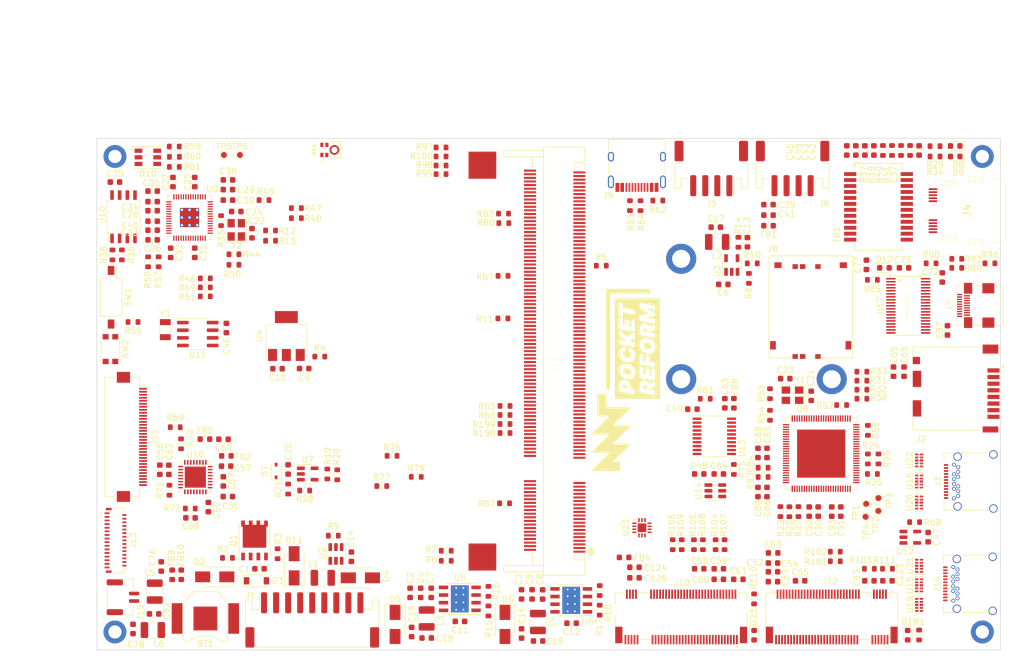
<source format=kicad_pcb>
(kicad_pcb (version 20211014) (generator pcbnew)
  (layers (0 "F.Cu" signal) (31 "B.Cu" signal) (34 "B.Paste" user) (35 "F.Paste" user) (36 "B.SilkS" user "B.Silkscreen") (37 "F.SilkS" user "F.Silkscreen") (38 "B.Mask" user) (39 "F.Mask" user) (44 "Edge.Cuts" user))
  (net 0 "")
  (net 1 "Net-(BT1-Pad1)")
  (net 2 "Net-(C1-Pad2)")
  (net 3 "VCC")
  (net 4 "Net-(C9-Pad1)")
  (net 5 "+1V8")
  (net 6 "Net-(C11-Pad1)")
  (net 7 "Net-(C11-Pad2)")
  (net 8 "Net-(C12-Pad1)")
  (net 9 "Net-(C12-Pad2)")
  (net 10 "+1V2")
  (net 11 "Net-(C13-Pad2)")
  (net 12 "STANDBY_3V3")
  (net 13 "Net-(C20-Pad1)")
  (net 14 "Net-(C21-Pad1)")
  (net 15 "Net-(C22-Pad1)")
  (net 16 "Net-(C23-Pad1)")
  (net 17 "Net-(C24-Pad1)")
  (net 18 "Net-(C37-Pad1)")
  (net 19 "Net-(C39-Pad1)")
  (net 20 "Net-(C42-Pad1)")
  (net 21 "Net-(C43-Pad1)")
  (net 22 "Net-(C44-Pad1)")
  (net 23 "Net-(C45-Pad1)")
  (net 24 "Net-(C48-Pad1)")
  (net 25 "Net-(C72-Pad2)")
  (net 26 "Net-(J3-PadA3)")
  (net 27 "USBH_1A_TXN")
  (net 28 "Net-(J3-PadB3)")
  (net 29 "USBH_1B_TXN")
  (net 30 "Net-(J3-PadA2)")
  (net 31 "USBH_1A_TXP")
  (net 32 "Net-(J3-PadB2)")
  (net 33 "USBH_1B_TXP")
  (net 34 "Net-(C90-Pad1)")
  (net 35 "USBH_2A_TXN")
  (net 36 "Net-(C91-Pad1)")
  (net 37 "USBH_2B_TXN")
  (net 38 "Net-(C92-Pad1)")
  (net 39 "USBH_2A_TXP")
  (net 40 "Net-(C93-Pad1)")
  (net 41 "USBH_2B_TXP")
  (net 42 "/~{M_LED1}")
  (net 43 "Net-(D4-Pad1)")
  (net 44 "ETH0_LED_RX")
  (net 45 "Net-(D8-Pad2)")
  (net 46 "ETH0_LED_LINK1")
  (net 47 "Net-(U1-Pad118)")
  (net 48 "Net-(D9-Pad2)")
  (net 49 "Net-(D10-Pad4)")
  (net 50 "Net-(D10-Pad5)")
  (net 51 "Net-(D10-Pad6)")
  (net 52 "VCHG")
  (net 53 "USB_VBUS")
  (net 54 "Net-(J1-Pad1)")
  (net 55 "RP_SDA0")
  (net 56 "RP_SCL0")
  (net 57 "Net-(J2-Pad1)")
  (net 58 "Net-(J2-Pad2)")
  (net 59 "Net-(J2-Pad3)")
  (net 60 "Net-(J2-Pad5)")
  (net 61 "Net-(J2-Pad7)")
  (net 62 "Net-(J2-Pad8)")
  (net 63 "SD_DET")
  (net 64 "USBH_1_DP")
  (net 65 "USBH_1_DN")
  (net 67 "USBH_1B_RXN")
  (net 68 "USBH_1B_RXP")
  (net 70 "USBH_1A_RXN")
  (net 71 "USBH_1A_RXP")
  (net 72 "ETH0_DA+")
  (net 73 "ETH0_DA-")
  (net 75 "ETH0_DC+")
  (net 76 "ETH0_DC-")
  (net 77 "ETH0_DB+")
  (net 78 "ETH0_DB-")
  (net 80 "ETH0_DD+")
  (net 81 "ETH0_DD-")
  (net 82 "RP_UART1_TX")
  (net 83 "RP_UART1_RX")
  (net 85 "UIM_PWR")
  (net 86 "Net-(J9-PadA4)")
  (net 88 "/RUD+")
  (net 89 "/RUD-")
  (net 110 "Net-(U1-Pad32)")
  (net 112 "Net-(U1-Pad30)")
  (net 113 "PCIE1_RX_N")
  (net 114 "PCIE1_RX_P")
  (net 116 "PCIE1_TX_N")
  (net 118 "PCIE1_TX_P")
  (net 119 "PCIE1_RESETn")
  (net 120 "PCIE1_CLK_N")
  (net 122 "PCIE1_CLK_P")
  (net 130 "GND")
  (net 131 "+5V")
  (net 133 "Net-(J3-PadB5)")
  (net 138 "Net-(J3-PadA5)")
  (net 139 "USB1_DP")
  (net 140 "USB1_DN")
  (net 141 "SD_CLK")
  (net 142 "SD_CMD")
  (net 143 "SD_D3")
  (net 144 "SD_D2")
  (net 145 "SD_D1")
  (net 146 "SD_D0")
  (net 147 "USB2_RXP")
  (net 148 "USB2_RXN")
  (net 149 "USB2_TXN")
  (net 150 "USB2_TXP")
  (net 151 "USB1_RXP")
  (net 152 "USB1_RXN")
  (net 153 "USB1_TXN")
  (net 154 "USB1_TXP")
  (net 155 "USB2_DN")
  (net 156 "USB2_DP")
  (net 157 "PCIE1_RXN")
  (net 158 "PCIE1_RXP")
  (net 159 "PCIE1_TXN")
  (net 160 "PCIE1_TXP")
  (net 161 "+1V1")
  (net 162 "+3V3")
  (net 163 "Net-(J7-Pad18)")
  (net 165 "HDMI_CLKN")
  (net 166 "HDMI_CLKP")
  (net 168 "HDMI_TX1N")
  (net 169 "HDMI_TX1P")
  (net 170 "DSI_D3_N")
  (net 171 "DSI_D3_P")
  (net 172 "Net-(J7-Pad19)")
  (net 173 "Net-(J7-Pad17)")
  (net 174 "Net-(J7-Pad15)")
  (net 175 "DSI_D2_N")
  (net 176 "HDMI_TX0N")
  (net 177 "HDMI_TX0P")
  (net 178 "DSI_D2_P")
  (net 179 "HDMI_TX2N")
  (net 180 "HDMI_TX2P")
  (net 181 "Net-(J7-Pad1)")
  (net 182 "DSI_CLK_N")
  (net 183 "HDMI_AUXN")
  (net 184 "HDMI_AUXP")
  (net 185 "UIM_IO")
  (net 186 "UIM_CLK")
  (net 187 "UIM_RST")
  (net 188 "UIM_VPP")
  (net 189 "DSI_CLK_P")
  (net 190 "DSI_D1_N")
  (net 191 "DSI_D1_P")
  (net 192 "Net-(J2-Pad4)")
  (net 193 "DSI_D0_N")
  (net 194 "Net-(C123-Pad1)")
  (net 195 "Net-(C124-Pad1)")
  (net 196 "Net-(D1-Pad2)")
  (net 197 "Net-(D23-Pad2)")
  (net 198 "Net-(D23-Pad1)")
  (net 199 "Net-(J10-Pad13)")
  (net 200 "Net-(J10-Pad25)")
  (net 201 "Net-(J10-Pad37)")
  (net 202 "Net-(J10-Pad11)")
  (net 203 "Net-(J10-Pad23)")
  (net 204 "Net-(J10-Pad35)")
  (net 205 "PCIE2_CLK_P")
  (net 206 "PCIE2_CLK_N")
  (net 207 "/M2_CLKREQn")
  (net 208 "PCIE2_RESETn")
  (net 209 "PCIE2_TX_N")
  (net 210 "PCIE2_TX_P")
  (net 211 "PCIE2_RX_P")
  (net 212 "PCIE2_RX_N")
  (net 213 "DSI_D0_P")
  (net 218 "/M2_SMB_ALERTn")
  (net 219 "/M2_SMB_DATA")
  (net 220 "/M2_SMB_CLK")
  (net 222 "/M_CONFIG_3")
  (net 223 "/~{M_PWROFF}")
  (net 224 "USBH_4_DP")
  (net 225 "/~{M_W_DISABLE1}")
  (net 226 "USBH_4_DN")
  (net 227 "/M_I2S_CLK")
  (net 228 "/M_CONFIG_0")
  (net 229 "/M_I2S_RX")
  (net 230 "/~{M_WOWWAN}")
  (net 231 "/M_I2S_TX")
  (net 232 "/M_DPR")
  (net 233 "/~{M_W_DISABLE2}")
  (net 234 "/M_I2S_WA")
  (net 235 "/M_I2C_SCL")
  (net 236 "/M_SIM2_DET")
  (net 237 "/M_SIM2_DATA")
  (net 238 "/M_SIM2_CLK")
  (net 239 "/M_SIM2_RESET")
  (net 240 "/M_SIM2_PWR")
  (net 241 "/~{PCIE2_CLKREQ}")
  (net 242 "/~{PCIE2_WAKE}")
  (net 243 "/M_ANTCTL3")
  (net 244 "/M_ANTCTL2")
  (net 245 "/M_ANTCTL0")
  (net 246 "/M_I2S_MCLK(IO)")
  (net 247 "/M_ANTCTL1")
  (net 248 "/M_COEX2")
  (net 249 "/M_LAA_TX_EN")
  (net 250 "/M_COEX1")
  (net 251 "/M_VIO_1V8")
  (net 252 "/M_SIM1_DET")
  (net 253 "M2B_RST")
  (net 254 "/M_I2C_SDA")
  (net 255 "/M_CONFIG_1")
  (net 256 "/M_CONFIG_2")
  (net 257 "Net-(J14-PadA5)")
  (net 258 "USBH_2_DP")
  (net 259 "USBH_2_DN")
  (net 261 "USBH_2B_RXN")
  (net 262 "USBH_2B_RXP")
  (net 263 "Net-(J14-PadB5)")
  (net 265 "USBH_2A_RXN")
  (net 266 "USBH_2A_RXP")
  (net 267 "Net-(L2-Pad1)")
  (net 268 "~{USBH_RESET}")
  (net 269 "5V_ENABLE")
  (net 270 "3V3_ENABLE")
  (net 271 "1V2_ENABLE")
  (net 272 "Net-(R9-Pad1)")
  (net 273 "RP_UART2_RX")
  (net 274 "RP_UART2_TX")
  (net 275 "Net-(R15-Pad2)")
  (net 276 "Net-(R17-Pad2)")
  (net 277 "Net-(R19-Pad1)")
  (net 278 "Net-(R22-Pad2)")
  (net 279 "Net-(R24-Pad1)")
  (net 280 "Net-(R25-Pad2)")
  (net 281 "Net-(R26-Pad1)")
  (net 282 "Net-(R27-Pad1)")
  (net 283 "~{STANDBY_SHDN}")
  (net 284 "Net-(R30-Pad2)")
  (net 285 "Net-(R31-Pad2)")
  (net 286 "Net-(R32-Pad2)")
  (net 287 "Net-(R33-Pad2)")
  (net 288 "Net-(R35-Pad2)")
  (net 289 "PROG")
  (net 290 "QSPI_CS")
  (net 291 "Net-(R37-Pad1)")
  (net 292 "Net-(R39-Pad1)")
  (net 293 "Net-(R40-Pad1)")
  (net 294 "Net-(R41-Pad1)")
  (net 295 "USBH_3_DP")
  (net 296 "USBH_3_DN")
  (net 297 "Net-(R44-Pad1)")
  (net 298 "LPC_MOSI")
  (net 299 "Net-(R45-Pad1)")
  (net 300 "IMX_WAKE")
  (net 301 "Net-(R46-Pad1)")
  (net 302 "Net-(R47-Pad1)")
  (net 303 "Net-(R48-Pad1)")
  (net 304 "Net-(R49-Pad1)")
  (net 305 "Net-(R50-Pad1)")
  (net 306 "LPC_MISO")
  (net 307 "Net-(R51-Pad1)")
  (net 308 "Net-(R52-Pad1)")
  (net 309 "Net-(R53-Pad1)")
  (net 310 "/GPIO94")
  (net 311 "/U_SPI_D0")
  (net 312 "RESET")
  (net 313 "Net-(R58-Pad1)")
  (net 314 "Net-(R60-Pad1)")
  (net 315 "Net-(R61-Pad1)")
  (net 316 "IMX_RTC_IRQ")
  (net 317 "Net-(R67-Pad2)")
  (net 318 "Net-(R68-Pad1)")
  (net 319 "DAC_SCL")
  (net 320 "DAC_SDA")
  (net 321 "Net-(R75-Pad2)")
  (net 322 "DAC_BCLK")
  (net 323 "DAC_DOUT")
  (net 324 "DAC_RXFS")
  (net 325 "DAC_DIN")
  (net 326 "DAC_TXFS")
  (net 327 "DAC_MCLK")
  (net 328 "USBH_1_CC1")
  (net 329 "USBH_1_CC2")
  (net 330 "Net-(R85-Pad2)")
  (net 331 "Net-(D12-Pad1)")
  (net 332 "HDMI_HPD")
  (net 333 "HDMI_SCL")
  (net 334 "HDMI_SDA")
  (net 335 "HDMI_CEC")
  (net 336 "USBH_2_CC1")
  (net 337 "USBH_2_CC2")
  (net 338 "Net-(R103-Pad2)")
  (net 339 "Net-(R111-Pad2)")
  (net 340 "/PRT_CTL1")
  (net 341 "/PRT_CTL3")
  (net 342 "/PRT_CTL2")
  (net 343 "/PRT_CTL4")
  (net 344 "SWD")
  (net 345 "SWC")
  (net 346 "ETH0_A+")
  (net 347 "ETH0_A-")
  (net 348 "ETH0_B+")
  (net 349 "ETH0_B-")
  (net 350 "ETH0_C+")
  (net 351 "ETH0_C-")
  (net 352 "ETH0_D+")
  (net 353 "ETH0_D-")
  (net 383 "IMX_RESETn")
  (net 385 "LPC_SS0")
  (net 390 "LPC_SCK")
  (net 398 "IMX_UART2_RX")
  (net 400 "IMX_UART2_TX")
  (net 401 "IMX_UART1_RX")
  (net 402 "IMX_UART1_TX")
  (net 432 "BACKLIGHT_PWM")
  (net 449 "/GPIO95")
  (net 451 "/DP2_DISCHARGE")
  (net 452 "/DP1_DISCHARGE")
  (net 453 "/U_GPIO70")
  (net 454 "/U_GPIO71")
  (net 455 "/DP1_VCONN1")
  (net 456 "/DP1_VCONN2")
  (net 457 "/DP2_VCONN1")
  (net 458 "/DP2_VCONN2")
  (net 459 "/U_GPIO76")
  (net 460 "/U_GPIO78")
  (net 461 "/U_M_I2C_CLK")
  (net 462 "/U_M_I2C_DATA")
  (net 463 "/U_SPI_CLK")
  (net 464 "/U_SPI_CE_N")
  (net 465 "/U_SPI_D1")
  (net 466 "/U_SPI_D2")
  (net 467 "/U_SPI_D3")
  (net 468 "/GPIO93")
  (net 469 "/GPIO90")
  (net 470 "/GPIO91")
  (net 471 "/GPIO92")
  (net 477 "QSPI_SD1")
  (net 478 "QSPI_SD2")
  (net 479 "QSPI_SD0")
  (net 480 "QSPI_SCK")
  (net 481 "QSPI_SD3")
  (net 482 "Net-(U11-Pad1)")
  (net 483 "Net-(U11-Pad2)")
  (net 484 "USB_SRC_EN")
  (net 515 "RP_FUSB_INT")
  (net 530 "Net-(C50-Pad1)")
  (net 531 "Net-(C68-Pad1)")
  (net 532 "Net-(C68-Pad2)")
  (net 533 "Net-(C76-Pad1)")
  (net 534 "Net-(C78-Pad1)")
  (net 535 "Net-(FB9-Pad1)")
  (net 536 "Net-(FB9-Pad2)")
  (net 537 "Net-(FB10-Pad1)")
  (net 538 "Net-(FB10-Pad2)")
  (net 539 "BACKLIGHT_EN")
  (net 541 "~{DISP_RESET}")
  (net 542 "DISP_TE")
  (net 543 "DISP_EN")
  (net 544 "Net-(R76-Pad2)")
  (net 545 "Net-(R77-Pad2)")
  (net 546 "Net-(R79-Pad2)")
  (net 547 "Net-(R80-Pad2)")
  (net 548 "Net-(R82-Pad1)")
  (net 550 "Net-(FB2-Pad2)")
  (net 551 "Net-(R5-Pad1)")
  (net 552 "Net-(R70-Pad1)")
  (net 553 "Net-(R71-Pad1)")
  (net 554 "Net-(R72-Pad1)")
  (footprint "footprints:TE_1473149-4" (layer "F.Cu") (at 135 104 -90)
    (fp_text reference "U1")
    (fp_text value "reform2-som-connector" hide)
  )
  (footprint "footprints:09452812561" (layer "F.Cu") (at 200.5 79 90)
    (fp_text reference "J4")
    (fp_text value "09452812561" hide)
  )
  (footprint "Connector_USB:USB_C_Receptacle_Amphenol_12401548E4-2A_CircularHoles" (layer "F.Cu") (at 205 124 90)
    (fp_text reference "J3")
    (fp_text value "USB_C_Receptacle")
  )
  (footprint "MountingHole:MountingHole_2.2mm_M2_DIN965_Pad" (layer "F.Cu") (at 62 70)
    (fp_text reference "H1" hide)
    (fp_text value "MountingHole_Pad")
  )
  (footprint "MountingHole:MountingHole_2.2mm_M2_DIN965_Pad" (layer "F.Cu") (at 62 149)
    (fp_text reference "H2" hide)
    (fp_text value "MountingHole_Pad")
  )
  (footprint "MountingHole:MountingHole_2.2mm_M2_DIN965_Pad" (layer "F.Cu") (at 206 70)
    (fp_text reference "H3" hide)
    (fp_text value "MountingHole_Pad")
  )
  (footprint "MountingHole:MountingHole_2.2mm_M2_DIN965_Pad" (layer "F.Cu") (at 206 149)
    (fp_text reference "H4" hide)
    (fp_text value "MountingHole_Pad")
  )
  (footprint "footprints:pocket-reform" (layer "F.Cu") (at 146.75 106.75 90)
    (fp_text reference "GFX1" hide)
    (fp_text value "MountingHole" hide)
  )
  (footprint "footprints:MOLEX_78800-0001" (layer "F.Cu") (at 177.5 95 -90)
    (fp_text reference "J8")
    (fp_text value "SIM_Card")
  )
  (footprint "Connector_JST:JST_PH_S4B-PH-SM4-TB_1x04-1MP_P2.00mm_Horizontal" (layer "F.Cu") (at 174.5 72 180)
    (fp_text reference "J6")
    (fp_text value "USB_INT1")
  )
  (footprint "Connector_HDMI:HDMI_Micro-D_Molex_46765-0x01" (layer "F.Cu") (at 207 94.75 90)
    (fp_text reference "J7")
    (fp_text value "HDMI_D_1.4")
  )
  (footprint "footprints:TE_1-2199230-6" (layer "F.Cu") (at 156 145 180)
    (fp_text reference "J10")
    (fp_text value "1-2199230-6" hide)
  )
  (footprint "Connector_JST:JST_PH_S4B-PH-SM4-TB_1x04-1MP_P2.00mm_Horizontal" (layer "F.Cu") (at 161 72 180)
    (fp_text reference "J5")
    (fp_text value "SYSCTL")
  )
  (footprint "footprints:HRS_DM3CS-SF" (layer "F.Cu") (at 201.5 108.75 90)
    (fp_text reference "J2")
    (fp_text value "Micro_SD_Card_Det")
  )
  (footprint "Resistor_SMD:R_0603_1608Metric" (layer "F.Cu") (at 175.47 129 -90)
    (fp_text reference "R27")
    (fp_text value "200k")
  )
  (footprint "Resistor_SMD:R_0603_1608Metric" (layer "F.Cu") (at 126.76 112.95)
    (fp_text reference "R66")
    (fp_text value "49.9")
  )
  (footprint "Capacitor_SMD:C_0603_1608Metric" (layer "F.Cu") (at 162.25 140.25)
    (fp_text reference "C60")
    (fp_text value "0.1uF")
  )
  (footprint "Inductor_SMD:L_0603_1608Metric" (layer "F.Cu") (at 71.5 139.5 -90)
    (fp_text reference "FB9")
    (fp_text value "100@100MHz 3A")
  )
  (footprint "Capacitor_SMD:C_0603_1608Metric" (layer "F.Cu") (at 77.5 128.25 -90)
    (fp_text reference "C50")
    (fp_text value "0.1uF")
  )
  (footprint "Capacitor_SMD:C_0603_1608Metric" (layer "F.Cu") (at 62 74.25)
    (fp_text reference "C35")
    (fp_text value "0.1uF")
  )
  (footprint "Resistor_SMD:R_0603_1608Metric" (layer "F.Cu") (at 87.83 84)
    (fp_text reference "R13")
    (fp_text value "0")
  )
  (footprint "Package_TO_SOT_SMD:SOT-223" (layer "F.Cu") (at 90.46 99.83 90)
    (fp_text reference "U4")
    (fp_text value "TLV1117-18")
  )
  (footprint "Capacitor_SMD:C_0603_1608Metric" (layer "F.Cu") (at 80.02 116.98 180)
    (fp_text reference "C69")
    (fp_text value "0.1uF")
  )
  (footprint "Capacitor_SMD:C_0603_1608Metric" (layer "F.Cu") (at 129.5 142.75 90)
    (fp_text reference "C3")
    (fp_text value "4.7uF")
  )
  (footprint "Capacitor_SMD:C_0603_1608Metric" (layer "F.Cu") (at 193 88.5 180)
    (fp_text reference "C73")
    (fp_text value "0.1uF")
  )
  (footprint "Resistor_SMD:R_0603_1608Metric" (layer "F.Cu") (at 79.62 80.66 90)
    (fp_text reference "R35")
    (fp_text value "1k")
  )
  (footprint "Button_Switch_SMD:SW_Push_1P1T_NO_CK_KMR2" (layer "F.Cu") (at 61.25 102 -90)
    (fp_text reference "SW2")
    (fp_text value "RESET")
  )
  (footprint "Capacitor_SMD:C_0603_1608Metric" (layer "F.Cu") (at 131.25 142.75 90)
    (fp_text reference "C5")
    (fp_text value "4.7uF")
  )
  (footprint "Resistor_SMD:R_0603_1608Metric" (layer "F.Cu") (at 186 107.25 180)
    (fp_text reference "R31")
    (fp_text value "36k")
  )
  (footprint "Resistor_SMD:R_0603_1608Metric" (layer "F.Cu") (at 187.75 90.5)
    (fp_text reference "R85")
    (fp_text value "10k")
  )
  (footprint "footprints:WA-SMSI-M2" (layer "F.Cu") (at 156 87)
    (fp_text reference "H5")
    (fp_text value "NGFF-Mount1")
  )
  (footprint "Capacitor_SMD:C_0603_1608Metric" (layer "F.Cu") (at 132.25 150.5)
    (fp_text reference "C19")
    (fp_text value "10nF")
  )
  (footprint "Capacitor_SMD:C_0603_1608Metric" (layer "F.Cu") (at 79.99 123.98 -90)
    (fp_text reference "C67")
    (fp_text value "10uF")
  )
  (footprint "Capacitor_SMD:C_0603_1608Metric" (layer "F.Cu") (at 191.25 105.75 90)
    (fp_text reference "C65")
    (fp_text value "10uF")
  )
  (footprint "LED_SMD:LED_0603_1608Metric" (layer "F.Cu") (at 168.11 149.53 -90)
    (fp_text reference "D23")
    (fp_text value "LED_NVME")
  )
  (footprint "Resistor_SMD:R_0603_1608Metric" (layer "F.Cu") (at 67.5 87.5 -90)
    (fp_text reference "R59")
    (fp_text value "4.7k")
  )
  (footprint "Package_TO_SOT_SMD:SOT-23-5" (layer "F.Cu") (at 164.4 88.03 90)
    (fp_text reference "U3")
    (fp_text value "LM3674MFX-ADJ/NOPB")
  )
  (footprint "Resistor_SMD:R_0603_1608Metric" (layer "F.Cu") (at 172.47 129 90)
    (fp_text reference "R22")
    (fp_text value "10k")
  )
  (footprint "Resistor_SMD:R_0603_1608Metric" (layer "F.Cu") (at 61.58 86.36 90)
    (fp_text reference "R38")
    (fp_text value "10k")
  )
  (footprint "Resistor_SMD:R_0603_1608Metric" (layer "F.Cu") (at 92.12 80.25)
    (fp_text reference "R48")
    (fp_text value "27.4")
  )
  (footprint "Capacitor_SMD:C_0603_1608Metric" (layer "F.Cu") (at 90.75 122 90)
    (fp_text reference "C20")
    (fp_text value "1uF")
  )
  (footprint "Resistor_SMD:R_0603_1608Metric" (layer "F.Cu") (at 167.25 90.25 -90)
    (fp_text reference "R8")
    (fp_text value "100k")
  )
  (footprint "Resistor_SMD:R_0603_1608Metric" (layer "F.Cu") (at 190.25 138.5)
    (fp_text reference "R111")
    (fp_text value "0")
  )
  (footprint "Resistor_SMD:R_0603_1608Metric" (layer "F.Cu") (at 74.51 128.49 180)
    (fp_text reference "R72")
    (fp_text value "2k2")
  )
  (footprint "Capacitor_SMD:C_0603_1608Metric" (layer "F.Cu") (at 71.63 74.25 90)
    (fp_text reference "C27")
    (fp_text value "0.1uF")
  )
  (footprint "Resistor_SMD:R_0603_1608Metric" (layer "F.Cu") (at 187.25 138.5)
    (fp_text reference "R103")
    (fp_text value "0")
  )
  (footprint "Inductor_SMD:L_0603_1608Metric" (layer "F.Cu") (at 80.5 119.75 180)
    (fp_text reference "FB2")
    (fp_text value "100@100MHz 3A")
  )
  (footprint "Capacitor_SMD:C_0603_1608Metric" (layer "F.Cu") (at 167 84.25 -90)
    (fp_text reference "C13")
    (fp_text value "12pF")
  )
  (footprint "Diode_SMD:D_0603_1608Metric" (layer "F.Cu") (at 189.75 88.5)
    (fp_text reference "D12")
    (fp_text value "SD0603S040S0R2")
  )
  (footprint "Capacitor_SMD:C_0603_1608Metric" (layer "F.Cu") (at 80.76 73.89)
    (fp_text reference "C38")
    (fp_text value "0.1uF")
  )
  (footprint "Inductor_SMD:L_1210_3225Metric" (layer "F.Cu") (at 68.61 142.29 90)
    (fp_text reference "L5")
    (fp_text value "15uH")
  )
  (footprint "Capacitor_SMD:C_0603_1608Metric" (layer "F.Cu") (at 157.87 111.98 180)
    (fp_text reference "C49")
    (fp_text value "0.1uF")
  )
  (footprint "Capacitor_SMD:C_0603_1608Metric" (layer "F.Cu") (at 193 105.75 90)
    (fp_text reference "C66")
    (fp_text value "0.1uF")
  )
  (footprint "Resistor_SMD:R_0603_1608Metric" (layer "F.Cu") (at 72.01 114.98 180)
    (fp_text reference "R69")
    (fp_text value "100k")
  )
  (footprint "LED_SMD:LED_0603_1608Metric" (layer "F.Cu") (at 193.61 149.53 -90)
    (fp_text reference "D1")
    (fp_text value "LED_MODEM")
  )
  (footprint "Capacitor_SMD:C_0603_1608Metric" (layer "F.Cu") (at 168.75 125.75 90)
    (fp_text reference "C89")
    (fp_text value "0.1uF")
  )
  (footprint "Resistor_SMD:R_0603_1608Metric" (layer "F.Cu") (at 165.5 84.25 -90)
    (fp_text reference "R14")
    (fp_text value "280k")
  )
  (footprint "Resistor_SMD:R_0603_1608Metric" (layer "F.Cu") (at 126.76 115.95)
    (fp_text reference "R198")
    (fp_text value "49.9")
  )
  (footprint "Package_SON:USON-10_2.5x1.0mm_P0.5mm" (layer "F.Cu") (at 195.5 138 180)
    (fp_text reference "U21")
    (fp_text value "TPD4E02B04DQA")
  )
  (footprint "Inductor_SMD:L_0603_1608Metric" (layer "F.Cu") (at 73 139.5 -90)
    (fp_text reference "FB10")
    (fp_text value "100@100MHz 3A")
  )
  (footprint "Capacitor_SMD:C_0603_1608Metric" (layer "F.Cu") (at 181 129 90)
    (fp_text reference "C93")
    (fp_text value "0.1uF")
  )
  (footprint "Capacitor_SMD:C_0603_1608Metric" (layer "F.Cu") (at 171.24 140.64 180)
    (fp_text reference "C53")
    (fp_text value "0.1uF")
  )
  (footprint "LED_SMD:LED_0603_1608Metric" (layer "F.Cu") (at 201.5 70 180)
    (fp_text reference "D9")
    (fp_text value "LED_Small")
  )
  (footprint "Resistor_SMD:R_0603_1608Metric" (layer "F.Cu") (at 86.75 77.25)
    (fp_text reference "R45")
    (fp_text value "0")
  )
  (footprint "Resistor_SMD:R_0603_1608Metric" (layer "F.Cu") (at 81.75 88)
    (fp_text reference "R50")
    (fp_text value "0")
  )
  (footprint "footprints:WA-SMSI-M2" (layer "F.Cu") (at 156 107)
    (fp_text reference "H6")
    (fp_text value "NGFF-Mount1")
  )
  (footprint "Resistor_SMD:R_0603_1608Metric" (layer "F.Cu") (at 189.5 69 90)
    (fp_text reference "R37")
    (fp_text value "75 1%")
  )
  (footprint "Capacitor_SMD:C_0603_1608Metric" (layer "F.Cu") (at 178.75 129 90)
    (fp_text reference "C90")
    (fp_text value "0.1uF")
  )
  (footprint "Capacitor_SMD:C_0603_1608Metric" (layer "F.Cu") (at 68.5 146)
    (fp_text reference "C82")
    (fp_text value "470nF")
  )
  (footprint "TestPoint:TestPoint_Pad_D1.0mm" (layer "F.Cu") (at 188.75 126.75 90)
    (fp_text reference "TP3")
    (fp_text value "PRTCTL2")
  )
  (footprint "Resistor_SMD:R_0603_1608Metric" (layer "F.Cu") (at 194.75 130.75)
    (fp_text reference "R68")
    (fp_text value "10k")
  )
  (footprint "footprints:TSSOP50P640X120-38N" (layer "F.Cu") (at 193.7 94.815)
    (fp_text reference "U17")
    (fp_text value "TPD12S521")
  )
  (footprint "Resistor_SMD:R_0603_1608Metric" (layer "F.Cu") (at 142.74 88.14)
    (fp_text reference "R5")
    (fp_text value "0")
  )
  (footprint "Capacitor_SMD:C_0603_1608Metric" (layer "F.Cu") (at 68.25 80.75 180)
    (fp_text reference "C40")
    (fp_text value "0.1uF")
  )
  (footprint "TestPoint:TestPoint_Pad_D1.0mm" (layer "F.Cu") (at 82.75 69.75)
    (fp_text reference "TP6")
    (fp_text value "TestPoint")
  )
  (footprint "Capacitor_SMD:C_0603_1608Metric" (layer "F.Cu") (at 69.45 122.05 90)
    (fp_text reference "C56")
    (fp_text value "10uF")
  )
  (footprint "Resistor_SMD:R_0603_1608Metric" (layer "F.Cu") (at 71.86 71.73 180)
    (fp_text reference "R61")
    (fp_text value "1k")
  )
  (footprint "Resistor_SMD:R_0603_1608Metric" (layer "F.Cu") (at 106.29 124.76)
    (fp_text reference "R77")
    (fp_text value "33")
  )
  (footprint "Diode_SMD:D_SMA" (layer "F.Cu") (at 91.75 138 90)
    (fp_text reference "D11")
    (fp_text value "SS54?")
  )
  (footprint "Resistor_SMD:R_0603_1608Metric" (layer "F.Cu") (at 89 136 90)
    (fp_text reference "R3")
    (fp_text value "1M")
  )
  (footprint "footprints:QFN40P1200X1200X90-101N" (layer "F.Cu") (at 179.245 119.37)
    (fp_text reference "U9")
    (fp_text value "USB7002/KDX")
  )
  (footprint "LED_SMD:LED_0603_1608Metric" (layer "F.Cu") (at 201.5 68.25 180)
    (fp_text reference "D8")
    (fp_text value "LED_Small")
  )
  (footprint "Resistor_SMD:R_0603_1608Metric" (layer "F.Cu") (at 117 135.5)
    (fp_text reference "R7")
    (fp_text value "100k")
  )
  (footprint "Resistor_SMD:R_0603_1608Metric" (layer "F.Cu") (at 116.14 71.5 180)
    (fp_text reference "R98")
    (fp_text value "47k")
  )
  (footprint "Diode_SMD:D_SMA" (layer "F.Cu") (at 102.75 140)
    (fp_text reference "D4")
    (fp_text value "B540C")
  )
  (footprint "Inductor_SMD:L_0603_1608Metric" (layer "F.Cu") (at 146.53 136.61)
    (fp_text reference "FB4")
    (fp_text value "100@100MHz 3A")
  )
  (footprint "Capacitor_SMD:C_0603_1608Metric" (layer "F.Cu") (at 68.25 79.01 180)
    (fp_text reference "C28")
    (fp_text value "0.1uF")
  )
  (footprint "Package_TO_SOT_SMD:SOT-23-5" (layer "F.Cu") (at 94 122.75)
    (fp_text reference "U7")
    (fp_text value "CN301")
  )
  (footprint "Resistor_SMD:R_0603_1608Metric" (layer "F.Cu") (at 156.1 134.5 90)
    (fp_text reference "R109")
    (fp_text value "0")
  )
  (footprint "Capacitor_SMD:C_0603_1608Metric" (layer "F.Cu") (at 162.25 122.75 180)
    (fp_text reference "C64")
    (fp_text value "0.1uF")
  )
  (footprint "Capacitor_SMD:C_0603_1608Metric" (layer "F.Cu") (at 161.75 81.75)
    (fp_text reference "C17")
    (fp_text value "10uF")
  )
  (footprint "Resistor_SMD:R_0603_1608Metric" (layer "F.Cu") (at 93.5 125.5 180)
    (fp_text reference "R28")
    (fp_text value "120k")
  )
  (footprint "Capacitor_SMD:C_0603_1608Metric" (layer "F.Cu") (at 80.75 75.5)
    (fp_text reference "C29")
    (fp_text value "0.1uF")
  )
  (footprint "Inductor_SMD:L_0603_1608Metric" (layer "F.Cu") (at 164.75 111 -90)
    (fp_text reference "FB8")
    (fp_text value "100@100MHz 3A")
  )
  (footprint "Capacitor_SMD:C_0603_1608Metric" (layer "F.Cu") (at 68.25 77.5 180)
    (fp_text reference "C34")
    (fp_text value "1uF")
  )
  (footprint "Capacitor_SMD:C_0603_1608Metric" (layer "F.Cu") (at 170.25 125.75 90)
    (fp_text reference "C86")
    (fp_text value "0.1uF")
  )
  (footprint "Capacitor_SMD:C_0603_1608Metric" (layer "F.Cu") (at 137.81 147.54 180)
    (fp_text reference "C12")
    (fp_text value "10nF")
  )
  (footprint "Resistor_SMD:R_0603_1608Metric" (layer "F.Cu") (at 87.83 82.3)
    (fp_text reference "R12")
    (fp_text value "0")
  )
  (footprint "Capacitor_SMD:C_0603_1608Metric" (layer "F.Cu") (at 69.68 138.12 90)
    (fp_text reference "C76")
    (fp_text value "0.1uF")
  )
  (footprint "Resistor_SMD:R_0603_1608Metric" (layer "F.Cu") (at 167.81 87.76)
    (fp_text reference "R10")
    (fp_text value "200k")
  )
  (footprint "Inductor_SMD:L_1210_3225Metric" (layer "F.Cu") (at 68.29 148.68 180)
    (fp_text reference "L6")
    (fp_text value "15uH")
  )
  (footprint "Inductor_SMD:L_1210_3225Metric" (layer "F.Cu") (at 161.98 84.2 180)
    (fp_text reference "L2")
    (fp_text value "2.2uH")
  )
  (footprint "Capacitor_SMD:C_0603_1608Metric" (layer "F.Cu") (at 111.25 149 -90)
    (fp_text reference "C15")
    (fp_text value "330uF")
  )
  (footprint "Resistor_SMD:R_0603_1608Metric" (layer "F.Cu") (at 65 97.5 180)
    (fp_text reference "R56")
    (fp_text value "10k")
  )
  (footprint "Resistor_SMD:R_0603_1608Metric" (layer "F.Cu") (at 71.04 125.45 -90)
    (fp_text reference "R71")
    (fp_text value "0")
  )
  (footprint "Resistor_SMD:R_0603_1608Metric" (layer "F.Cu") (at 98.25 133 180)
    (fp_text reference "R9")
    (fp_text value "0")
  )
  (footprint "Package_SON:USON-10_2.5x1.0mm_P0.5mm" (layer "F.Cu") (at 195.5 124)
    (fp_text reference "U16")
    (fp_text value "TPD4E02B04DQA")
  )
  (footprint "Capacitor_SMD:C_0603_1608Metric" (layer "F.Cu") (at 129.5 149.25 -90)
    (fp_text reference "C16")
    (fp_text value "330uF")
  )
  (footprint "Capacitor_SMD:C_0603_1608Metric" (layer "F.Cu") (at 65 148.5 -90)
    (fp_text reference "C78")
    (fp_text value "0.1uF")
  )
  (footprint "Resistor_SMD:R_0603_1608Metric" (layer "F.Cu") (at 181.59 135.66)
    (fp_text reference "R102")
    (fp_text value "0")
  )
  (footprint "Capacitor_SMD:C_0603_1608Metric" (layer "F.Cu") (at 112.75 142.5 90)
    (fp_text reference "C4")
    (fp_text value "4.7uF")
  )
  (footprint "Resistor_SMD:R_0603_1608Metric" (layer "F.Cu") (at 198.15 70)
    (fp_text reference "R34")
    (fp_text value "1k")
  )
  (footprint "Inductor_SMD:L_0603_1608Metric" (layer "F.Cu") (at 171.27 135.87)
    (fp_text reference "FB3")
    (fp_text value "100@100MHz 3A")
  )
  (footprint "Resistor_SMD:R_0603_1608Metric" (layer "F.Cu") (at 63.15 86.35 90)
    (fp_text reference "R36")
    (fp_text value "1k")
  )
  (footprint "TestPoint:TestPoint_Pad_D1.0mm" (layer "F.Cu") (at 186.72 127.71)
    (fp_text reference "TP1")
    (fp_text value "PRTCTL1")
  )
  (footprint "Resistor_SMD:R_0603_1608Metric" (layer "F.Cu") (at 187 115.5 90)
    (fp_text reference "R55")
    (fp_text value "200k")
  )
  (footprint "Capacitor_SMD:C_0603_1608Metric" (layer "F.Cu") (at 168.75 119.25 90)
    (fp_text reference "C88")
    (fp_text value "0.1uF")
  )
  (footprint "Resistor_SMD:R_0603_1608Metric" (layer "F.Cu") (at 170.75 113 90)
    (fp_text reference "R54")
    (fp_text value "10k")
  )
  (footprint "Capacitor_SMD:C_0603_1608Metric" (layer "F.Cu") (at 119.27 147.24 180)
    (fp_text reference "C11")
    (fp_text value "10nF")
  )
  (footprint "Capacitor_SMD:C_0603_1608Metric" (layer "F.Cu") (at 148.25 140)
    (fp_text reference "C126")
    (fp_text value "47uF")
  )
  (footprint "Resistor_SMD:R_0603_1608Metric" (layer "F.Cu") (at 147.5 78.17 -90)
    (fp_text reference "R63")
    (fp_text value "DNP")
  )
  (footprint "Resistor_SMD:R_0603_1608Metric" (layer "F.Cu") (at 126.51 79.49)
    (fp_text reference "R82")
    (fp_text value "33")
  )
  (footprint "TestPoint:TestPoint_Pad_D1.0mm" (layer "F.Cu") (at 186.62 129.87 -90)
    (fp_text reference "TP4")
    (fp_text value "PRTCTL4")
  )
  (footprint "Capacitor_SMD:C_0603_1608Metric" (layer "F.Cu") (at 74.54 130.04 180)
    (fp_text reference "C68")
    (fp_text value "0.1uF")
  )
  (footprint "Capacitor_SMD:C_0603_1608Metric" (layer "F.Cu") (at 200.22 98.89 -90)
    (fp_text reference "C87")
    (fp_text value "0.1uF")
  )
  (footprint "Resistor_SMD:R_0603_1608Metric" (layer "F.Cu") (at 187.75 122.75 180)
    (fp_text reference "R25")
    (fp_text value "4.7k")
  )
  (footprint "Capacitor_SMD:C_0603_1608Metric" (layer "F.Cu") (at 163 91.25)
    (fp_text reference "C6")
    (fp_text value "4.7uF")
  )
  (footprint "Resistor_SMD:R_0603_1608Metric" (layer "F.Cu") (at 160 110.25)
    (fp_text reference "R81")
    (fp_text value "0")
  )
  (footprint "Resistor_SMD:R_0603_1608Metric" (layer "F.Cu") (at 126.4 96.91)
    (fp_text reference "R11")
    (fp_text value "0")
  )
  (footprint "Capacitor_SMD:C_0603_1608Metric" (layer "F.Cu") (at 171.25 137.55 180)
    (fp_text reference "C52")
    (fp_text value "10nF")
  )
  (footprint "Resistor_SMD:R_0603_1608Metric" (layer "F.Cu") (at 96 103.25)
    (fp_text reference "R4")
    (fp_text value "0")
  )
  (footprint "Capacitor_SMD:C_0603_1608Metric" (layer "F.Cu") (at 113.75 150)
    (fp_text reference "C18")
    (fp_text value "10nF")
  )
  (footprint "Capacitor_SMD:C_0603_1608Metric" (layer "F.Cu") (at 68.25 83.85 180)
    (fp_text reference "C26")
    (fp_text value "1uF")
  )
  (footprint "Resistor_SMD:R_0603_1608Metric" (layer "F.Cu") (at 97.25 122.75 90)
    (fp_text reference "R19")
    (fp_text value "1.3M")
  )
  (footprint "Resistor_SMD:R_0603_1608Metric" (layer "F.Cu") (at 198.15 68.29)
    (fp_text reference "R29")
    (fp_text value "1k")
  )
  (footprint "Resistor_SMD:R_0603_1608Metric" (layer "F.Cu") (at 116.14 70 180)
    (fp_text reference "R100")
    (fp_text value "47k")
  )
  (footprint "Resistor_SMD:R_0603_1608Metric" (layer "F.Cu") (at 126.43 89.83 180)
    (fp_text reference "R67")
    (fp_text value "0")
  )
  (footprint "Capacitor_SMD:C_0603_1608Metric" (layer "F.Cu") (at 84.75 82.75 90)
    (fp_text reference "C22")
    (fp_text value "27pF")
  )
  (footprint "Resistor_SMD:R_0603_1608Metric" (layer "F.Cu") (at 92.12 78.58)
    (fp_text reference "R47")
    (fp_text value "27.4")
  )
  (footprint "Capacitor_SMD:C_0603_1608Metric" (layer "F.Cu") (at 190.25 140.5)
    (fp_text reference "C123")
    (fp_text value "47uF")
  )
  (footprint "Connector_FFC-FPC:Hirose_FH12-33S-0.5SH_1x33-1MP_P0.50mm_Horizontal" (layer "F.Cu") (at 64.81 116.59 -90)
    (fp_text reference "J11")
    (fp_text value "Conn_01x33")
  )
  (footprint "Resistor_SMD:R_0603_1608Metric" (layer "F.Cu") (at 69.25 87.5 -90)
    (fp_text reference "R57")
    (fp_text value "4.7k")
  )
  (footprint "footprints:TE_2199230-5" (layer "F.Cu") (at 181 145 180)
    (fp_text reference "J12")
    (fp_text value "2199230-5")
  )
  (footprint "Connector_JST:JST_GH_SM02B-GHS-TB_1x02-1MP_P1.25mm_Horizontal" (layer "F.Cu") (at 63.33 143.23 -90)
    (fp_text reference "J15")
    (fp_text value "Conn_01x02")
  )
  (footprint "Diode_SMD:D_SMA" (layer "F.Cu") (at 126.75 147.75 -90)
    (fp_text reference "D6")
    (fp_text value "B540C")
  )
  (footprint "Resistor_SMD:R_0603_1608Metric" (layer "F.Cu") (at 161.72 134.5 90)
    (fp_text reference "R104")
    (fp_text value "0")
  )
  (footprint "footprints:MIC_MP23ABS1TR" (layer "F.Cu") (at 97.72 68.915 90)
    (fp_text reference "MK1")
    (fp_text value "MP23ABS1TR")
  )
  (footprint "LED_SMD:LED_RGB_PLCC-6" (layer "F.Cu") (at 67.46 70.14)
    (fp_text reference "D10")
    (fp_text value "19-337/R6GHBHC-A01/2T")
  )
  (footprint "Capacitor_SMD:C_0603_1608Metric" (layer "F.Cu") (at 177.25 129 90)
    (fp_text reference "C92")
    (fp_text value "0.1uF")
  )
  (footprint "Connector_JST:JST_PH_S9B-PH-SM4-TB_1x09-1MP_P2.00mm_Horizontal" (layer "F.Cu") (at 94.75 147)
    (fp_text reference "J1")
    (fp_text value "CHARGER")
  )
  (footprint "Battery:BatteryHolder_Keystone_2998_1x6.8mm" (layer "F.Cu") (at 77.01 146.76 180)
    (fp_text reference "BT1")
    (fp_text value "V364")
  )
  (footprint "TestPoint:TestPoint_Pad_D1.0mm" (layer "F.Cu") (at 80.09 69.75)
    (fp_text reference "TP5")
    (fp_text value "TestPoint")
  )
  (footprint "Transformer_SMD:Transformer_Ethernet_HALO_TG111-MSC13" (layer "F.Cu") (at 188.76 78.37)
    (fp_text reference "TR1")
    (fp_text value "TG111-MSC13LF")
  )
  (footprint "TestPoint:TestPoint_Pad_D1.0mm" (layer "F.Cu") (at 188.73 128.89)
    (fp_text reference "TP2")
    (fp_text value "PRTCTL3")
  )
  (footprint "Crystal:Crystal_SMD_3215-2Pin_3.2x1.5mm" (layer "F.Cu") (at 70.36 98.77 90)
    (fp_text reference "Y3")
    (fp_text value "32.768 kHz")
  )
  (footprint "Capacitor_SMD:C_0603_1608Metric" (layer "F.Cu") (at 80.5 98.5 90)
    (fp_text reference "C46")
    (fp_text value "0.1uF")
  )
  (footprint "Capacitor_SMD:C_0603_1608Metric" (layer "F.Cu") (at 186.75 88 90)
    (fp_text reference "C77")
    (fp_text value "0.1uF")
  )
  (footprint "Capacitor_SMD:C_0603_1608Metric" (layer "F.Cu") (at 114.5 142.5 90)
    (fp_text reference "C7")
    (fp_text value "10nF")
  )
  (footprint "footprints:WA-SMSI-M2" (layer "F.Cu") (at 181 107)
    (fp_text reference "H7")
    (fp_text value "NGFF-Mount1")
  )
  (footprint "Resistor_SMD:R_0603_1608Metric" (layer "F.Cu") (at 117 137.17)
    (fp_text reference "R6")
    (fp_text value "100k")
  )
  (footprint "Capacitor_SMD:C_0603_1608Metric" (layer "F.Cu") (at 93.41 105.23)
    (fp_text reference "C9")
    (fp_text value "1uF")
  )
  (footprint "Resistor_SMD:R_0603_1608Metric" (layer "F.Cu") (at 164.75 122 -90)
    (fp_text reference "R75")
    (fp_text value "10k")
  )
  (footprint "Crystal:Crystal_SMD_Abracon_ABM8G-4Pin_3.2x2.5mm" (layer "F.Cu") (at 174.49 109.66 180)
    (fp_text reference "Y1")
    (fp_text value "25MHz")
  )
  (footprint "Resistor_SMD:R_0603_1608Metric" (layer "F.Cu") (at 207.25 87.75)
    (fp_text reference "R96")
    (fp_text value "10k")
  )
  (footprint "Resistor_SMD:R_0603_1608Metric" (layer "F.Cu") (at 201.75 87)
    (fp_text reference "R93")
    (fp_text value "4.7k")
  )
  (footprint "Capacitor_SMD:C_0603_1608Metric" (layer "F.Cu") (at 80.74 126.5)
    (fp_text reference "C51")
    (fp_text value "10uF")
  )
  (footprint "Resistor_SMD:R_0603_1608Metric" (layer "F.Cu") (at 81.75 86.25)
    (fp_text reference "R44")
    (fp_text value "0")
  )
  (footprint "Resistor_SMD:R_0603_1608Metric" (layer "F.Cu") (at 152.12 77.32)
    (fp_text reference "R62")
    (fp_text value "DNP")
  )
  (footprint "Package_SO:TI_SO-PowerPAD-8_ThermalVias" (layer "F.Cu") (at 137.75 143.75 180)
    (fp_text reference "U6")
    (fp_text value "TPS5450DDAR")
  )
  (footprint "Capacitor_SMD:C_0603_1608Metric" (layer "F.Cu") (at 111 142.5 90)
    (fp_text reference "C2")
    (fp_text value "4.7uF")
  )
  (footprint "Capacitor_SMD:C_0603_1608Metric" (layer "F.Cu") (at 177.59 109.77 -90)
    (fp_text reference "C21")
    (fp_text value "18pF")
  )
  (footprint "Capacitor_SMD:C_0603_1608Metric" (layer "F.Cu") (at 86 138.5)
    (fp_text reference "C1")
    (fp_text value "0.1uF")
  )
  (footprint "Inductor_SMD:L_0603_1608Metric" (layer "F.Cu") (at 76.94 116.96)
    (fp_text reference "FB5")
    (fp_text value "100@100MHz 3A")
  )
  (footprint "Resistor_SMD:R_0603_1608Metric" (layer "F.Cu") (at 168.11 143.5 90)
    (fp_text reference "R110")
    (fp_text value "1k")
  )
  (footprint "Capacitor_SMD:C_0603_1608Metric" (layer "F.Cu") (at 88.99 105.26 180)
    (fp_text reference "C10")
    (fp_text value "1uF")
  )
  (footprint "Capacitor_SMD:C_0603_1608Metric" (layer "F.Cu") (at 183.5 69 90)
    (fp_text reference "C45")
    (fp_text value "0.1uF")
  )
  (footprint "Capacitor_SMD:C_0603_1608Metric" (layer "F.Cu") (at 173.28 106.91)
    (fp_text reference "C23")
    (fp_text value "18pF")
  )
  (footprint "Resistor_SMD:R_0603_1608Metric" (layer "F.Cu") (at 187 120.25 -90)
    (fp_text reference "R24")
    (fp_text value "4.7k")
  )
  (footprint "Resistor_SMD:R_0603_1608Metric" (layer "F.Cu") (at 71.85 68.35 180)
    (fp_text reference "R58")
    (fp_text value "1k")
  )
  (footprint "Capacitor_SMD:C_0603_1608Metric" (layer "F.Cu") (at 159 122.75)
    (fp_text reference "C48")
    (fp_text value "0.1uF")
  )
  (footprint "Capacitor_SMD:C_0603_1608Metric" (layer "F.Cu") (at 199.35 90.1 -90)
    (fp_text reference "C72")
    (fp_text value "0.1uF")
  )
  (footprint "Resistor_SMD:R_0603_1608Metric" (layer "F.Cu") (at 80.68 136.69)
    (fp_text reference "R2")
    (fp_text value "62")
  )
  (footprint "Package_SON:USON-10_2.5x1.0mm_P0.5mm" (layer "F.Cu") (at 195.5 144.5)
    (fp_text reference "U19")
    (fp_text value "TPD4E02B04DQA")
  )
  (footprint "Capacitor_SMD:C_0603_1608Metric" (layer "F.Cu") (at 171.25 139 180)
    (fp_text reference "C54")
    (fp_text value "0.1uF")
  )
  (footprint "Resistor_SMD:R_0603_1608Metric" (layer "F.Cu") (at 149.25 78.17 -90)
    (fp_text reference "R64")
    (fp_text value "DNP")
  )
  (footprint "Package_DFN_QFN:VQFN-32-1EP_5x5mm_P0.5mm_EP3.5x3.5mm" (layer "F.Cu") (at 75.35 123.27)
    (fp_text reference "U18")
    (fp_text value "TLV320AIC3100")
  )
  (footprint "Resistor_SMD:R_0603_1608Metric" (layer "F.Cu") (at 126.68 127.62)
    (fp_text reference "R87")
    (fp_text value "100k")
  )
  (footprint "Resistor_SMD:R_0603_1608Metric" (layer "F.Cu") (at 126.76 114.45)
    (fp_text reference "R199")
    (fp_text value "49.9")
  )
  (footprint "Resistor_SMD:R_0603_1608Metric" (layer "F.Cu") (at 124 142.25 -90)
    (fp_text reference "R16")
    (fp_text value "3.16k")
  )
  (footprint "Package_SON:USON-10_2.5x1.0mm_P0.5mm" (layer "F.Cu") (at 195.5 127.5)
    (fp_text reference "U20")
    (fp_text value "TPD4E02B04DQA")
  )
  (footprint "Capacitor_SMD:C_0603_1608Metric" (layer "F.Cu") (at 175.75 140.5)
    (fp_text reference "C55")
    (fp_text value "0.1uF")
  )
  (footprint "Resistor_SMD:R_0603_1608Metric" (layer "F.Cu") (at 77 90.25)
    (fp_text reference "R46")
    (fp_text value "0")
  )
  (footprint "Capacitor_SMD:C_0603_1608Metric" (layer "F.Cu") (at 101.25 136.5 90)
    (fp_text reference "C14")
    (fp_text value "68uF")
  )
  (footprint "Package_SO:TI_SO-PowerPAD-8_ThermalVias" (layer "F.Cu") (at 119.25 143.5 180)
    (fp_text reference "U5")
    (fp_text value "TPS5450DDAR")
  )
  (footprint "Resistor_SMD:R_0603_1608Metric" (layer "F.Cu") (at 169.61 121.71)
    (fp_text reference "R84")
    (fp_text value "0")
  )
  (footprint "Capacitor_SMD:C_0603_1608Metric" (layer "F.Cu") (at 197 133.25 -90)
    (fp_text reference "C47")
    (fp_text value "0.1uF")
  )
  (footprint "Capacitor_SMD:C_0603_1608Metric" (layer "F.Cu") (at 165.5 140.25)
    (fp_text reference "C61")
    (fp_text value "0.1uF")
  )
  (footprint "Resistor_SMD:R_0603_1608Metric" (layer "F.Cu") (at 154.6 134.5 90)
    (fp_text reference "R106")
    (fp_text value "0")
  )
  (footprint "Diode_SMD:D_SMA" (layer "F.Cu") (at 108.5 147.75 -90)
    (fp_text reference "D5")
    (fp_text value "B540C")
  )
  (footprint "Resistor_SMD:R_0603_1608Metric" (layer "F.Cu") (at 170.75 109.41 90)
    (fp_text reference "R53")
    (fp_text value "12k 1%")
  )
  (footprint "Package_SO:TSSOP-20_4.4x6.5mm_P0.65mm" (layer "F.Cu") (at 161.5 116.5)
    (fp_text reference "U13")
    (fp_text value "TXS0108EPW")
  )
  (footprint "Resistor_SMD:R_0603_1608Metric" (layer "F.Cu") (at 197.5 87.75)
    (fp_text reference "R90")
    (fp_text value "27k")
  )
  (footprint "Button_Switch_SMD:SW_DIP_SPSTx01_Slide_Omron_A6S-110x_W8.9mm_P2.54mm" (layer "F.Cu") (at 61.35 93.39 -90)
    (fp_text reference "SW1")
    (fp_text value "SW_DIP_x01")
  )
  (footprint "Capacitor_SMD:C_0603_1608Metric" (layer "F.Cu") (at 82.14 79.14)
    (fp_text reference "C24")
    (fp_text value "27pF")
  )
  (footprint "Package_SO:SOIC-8_3.9x4.9mm_P1.27mm" (layer "F.Cu") (at 75.75 99.5)
    (fp_text reference "U11")
    (fp_text value "PCF8523T")
  )
  (footprint "Resistor_SMD:R_0603_1608Metric" (layer "F.Cu") (at 98.9 122.89 -90)
    (fp_text reference "R20")
    (fp_text value "300k")
  )
  (footprint "Crystal:Crystal_SMD_3225-4Pin_3.2x2.5mm" (layer "F.Cu") (at 82.14 82.19 90)
    (fp_text reference "Y2")
    (fp_text value "12MHz 18pF")
  )
  (footprint "Package_SON:USON-10_2.5x1.0mm_P0.5mm" (layer "F.Cu") (at 195.5 120.5 180)
    (fp_text reference "U22")
    (fp_text value "TPD4E02B04DQA")
  )
  (footprint "Package_TO_SOT_SMD:SOT-23-6" (layer "F.Cu") (at 98.69 136.04 -90)
    (fp_text reference "U2")
    (fp_text value "MAX1837EUT33+T")
  )
  (footprint "Resistor_SMD:R_0603_1608Metric" (layer "F.Cu") (at 108.01 119.74)
    (fp_text reference "R76")
    (fp_text value "33")
  )
  (footprint "Resistor_SMD:R_0603_1608Metric" (layer "F.Cu") (at 126.76 111.45)
    (fp_text reference "R65")
    (fp_text value "49.9")
  )
  (footprint "Inductor_SMD:L_1210_3225Metric" (layer "F.Cu") (at 113.75 146.75 -90)
    (fp_text reference "L3")
    (fp_text value "15uH")
  )
  (footprint "Capacitor_SMD:C_0603_1608Metric" (layer "F.Cu") (at 170.5 78)
    (fp_text reference "C39")
    (fp_text value "10uF")
  )
  (footprint "Capacitor_SMD:C_0603_1608Metric" (layer "F.Cu") (at 71.25 86 -90)
    (fp_text reference "C32")
    (fp_text value "0.1uF")
  )
  (footprint "Resistor_SMD:R_0603_1608Metric" (layer "F.Cu") (at 191 69 90)
    (fp_text reference "R39")
    (fp_text value "75 1%")
  )
  (footprint "Resistor_SMD:R_0603_1608Metric" (layer "F.Cu") (at 112.02 123.23)
    (fp_text reference "R79")
    (fp_text value "33")
  )
  (footprint "Resistor_SMD:R_0603_1608Metric" (layer "F.Cu") (at 195.5 149.5 -90)
    (fp_text reference "R1")
    (fp_text value "1k")
  )
  (footprint "Capacitor_SMD:C_0603_1608Metric" (layer "F.Cu") (at 187.25 140.5 180)
    (fp_text reference "C83")
    (fp_text value "47uF")
  )
  (footprint "Capacitor_SMD:C_0603_1608Metric" (layer "F.Cu") (at 162.25 138.5)
    (fp_text reference "C59")
    (fp_text value "0.1uF")
  )
  (footprint "Resistor_SMD:R_0603_1608Metric" (layer "F.Cu") (at 116.14 72.93 180)
    (fp_text reference "R99")
    (fp_text value "47k")
  )
  (footprint "Capacitor_SMD:C_0603_1608Metric" (layer "F.Cu") (at 80.75 77.25)
    (fp_text reference "C30")
    (fp_text value "0.1uF")
  )
  (footprint "Capacitor_SMD:C_0603_1608Metric" (layer "F.Cu") (at 185 69 90)
    (fp_text reference "C44")
    (fp_text value "0.1uF")
  )
  (footprint "Resistor_SMD:R_0603_1608Metric" (layer "F.Cu") (at 116.14 68.5 180)
    (fp_text reference "R97")
    (fp_text value "47k")
  )
  (footprint "footprints:PowerPAK_SO-8_Single_8Pads" (layer "F.Cu") (at 85.17 133.79 90)
    (fp_text reference "Q1")
    (fp_text value "Si7461DP")
  )
  (footprint "footprints:TE_3-2328724-1" (layer "F.Cu") (at 61.875 133.78 -90)
    (fp_text reference "J13")
    (fp_text value "FH35C-31S-0.3HW(50)")
  )
  (footprint "Connector_USB:USB_C_Receptacle_HRO_TYPE-C-31-M-12" (layer "F.Cu") (at 148.66 71.09 180)
    (fp_text reference "J9")
    (fp_text value "USB_C_Receptacle_USB2.0")
  )
  (footprint "Resistor_SMD:R_0603_1608Metric" (layer "F.Cu") (at 169.61 123.25)
    (fp_text reference "R83")
    (fp_text value "0")
  )
  (footprint "Capacitor_SMD:C_0603_1608Metric" (layer "F.Cu") (at 68.25 75.75 180)
    (fp_text reference "C36")
    (fp_text value "1uF")
  )
  (footprint "Capacitor_SMD:C_0603_1608Metric" (layer "F.Cu") (at 70.95 122.06 90)
    (fp_text reference "C62")
    (fp_text value "0.1uF")
  )
  (footprint "Capacitor_SMD:C_0603_1608Metric" (layer "F.Cu") (at 75.25 86 -90)
    (fp_text reference "C31")
    (fp_text value "0.1uF")
  )
  (footprint "Capacitor_SMD:C_0603_1608Metric" (layer "F.Cu") (at 80.46 121.45)
    (fp_text reference "C57")
    (fp_text value "0.1uF")
  )
  (footprint "Resistor_SMD:R_0603_1608Metric" (layer "F.Cu") (at 158.12 134.5 90)
    (fp_text reference "R105")
    (fp_text value "0")
  )
  (footprint "Resistor_SMD:R_0603_1608Metric" (layer "F.Cu") (at 124 145.5 90)
    (fp_text reference "R15")
    (fp_text value "10k")
  )
  (footprint "Capacitor_SMD:C_0603_1608Metric" (layer "F.Cu") (at 182.5 129 90)
    (fp_text reference "C91")
    (fp_text value "0.1uF")
  )
  (footprint "Resistor_SMD:R_0603_1608Metric" (layer "F.Cu") (at 186 105.75 180)
    (fp_text reference "R33")
    (fp_text value "36k")
  )
  (footprint "Capacitor_SMD:C_0603_1608Metric" (layer "F.Cu") (at 148.25 138.25)
    (fp_text reference "C124")
    (fp_text value "47uF")
  )
  (footprint "Package_DFN_QFN:WQFN-14-1EP_2.5x2.5mm_P0.5mm_EP1.45x1.45mm" (layer "F.Cu") (at 149.49 131.68 -90)
    (fp_text reference "U23")
    (fp_text value "FUSB302BMPX")
  )
  (footprint "Capacitor_SMD:C_0603_1608Metric" (layer "F.Cu") (at 163.25 111 90)
    (fp_text reference "C63")
    (fp_text value "0.1uF")
  )
  (footprint "Resistor_SMD:R_0603_1608Metric" (layer "F.Cu") (at 90.75 125.25 -90)
    (fp_text reference "R21")
    (fp_text value "1M")
  )
  (footprint "Diode_SMD:D_SOD-323" (layer "F.Cu") (at 88.75 122.25 90)
    (fp_text reference "D7")
    (fp_text value "BZX84-C5V6,215")
  )
  (footprint "Resistor_SMD:R_0603_1608Metric" (layer "F.Cu") (at 72.97 117.74 90)
    (fp_text reference "R70")
    (fp_text value "0")
  )
  (footprint "Capacitor_SMD:C_0603_1608Metric" (layer "F.Cu") (at 170.5 79.75)
    (fp_text reference "C41")
    (fp_text value "0.1uF")
  )
  (footprint "Capacitor_SMD:C_0603_1608Metric" (layer "F.Cu") (at 75.25 74.25 90)
    (fp_text reference "C25")
    (fp_text value "0.1uF")
  )
  (footprint "Resistor_SMD:R_0603_1608Metric" (layer "F.Cu") (at 77 91.75)
    (fp_text reference "R49")
    (fp_text value "0")
  )
  (footprint "Capacitor_SMD:C_0603_1608Metric" (layer "F.Cu") (at 68.25 82.25 180)
    (fp_text reference "C33")
    (fp_text value "0.1uF")
  )
  (footprint "Inductor_SMD:L_1210_3225Metric" (layer "F.Cu") (at 96.5 140 180)
    (fp_text reference "L1")
    (fp_text value "47uH")
  )
  (footprint "Resistor_SMD:R_0603_1608Metric" (layer "F.Cu") (at 126.56 81.07 180)
    (fp_text reference "R80")
    (fp_text value "33")
  )
  (footprint "Resistor_SMD:R_0603_1608Metric" (layer "F.Cu") (at 192.5 69 90)
    (fp_text reference "R40")
    (fp_text value "75 1%")
  )
  (footprint "Package_TO_SOT_SMD:SOT-23-6" (layer "F.Cu") (at 161.67 125.54)
    (fp_text reference "U14")
    (fp_text value "SN74AVC1T45")
  )
  (footprint "Diode_SMD:D_SMA" (layer "F.Cu") (at 78.56 139.84 180)
    (fp_text reference "D2")
    (fp_text value "SMAJ36CA-E3/5A")
  )
  (footprint "Capacitor_SMD:C_0603_1608Metric" (layer "F.Cu") (at 159 138.5 180)
    (fp_text reference "C58")
    (fp_text value "10nF")
  )
  (footprint "Resistor_SMD:R_0603_1608Metric" (layer "F.Cu") (at 188.75 120.25 -90)
    (fp_text reference "R26")
    (fp_text value "4.7k")
  )
  (footprint "Resistor_SMD:R_0603_1608Metric" (layer "F.Cu") (at 173.97 129.02 -90)
    (fp_text reference "R23")
    (fp_text value "DNP")
  )
  (footprint "Resistor_SMD:R_0603_1608Metric" (layer "F.Cu") (at 163.21 134.5 90)
    (fp_text reference "R107")
    (fp_text value "0")
  )
  (footprint "Capacitor_SMD:C_0603_1608Metric" (layer "F.Cu") (at 133 142.77 90)
    (fp_text reference "C8")
    (fp_text value "10nF")
  )
  (footprint "Capacitor_SMD:C_0603_1608Metric" (layer "F.Cu") (at 195.5 69 90)
    (fp_text reference "C37")
    (fp_text value "1nF")
  )
  (footprint "Package_SO:SOIC-8_5.23x5.23mm_P1.27mm" (layer "F.Cu") (at 63.42 80.01 90)
    (fp_text reference "U10")
    (fp_text value "W25Q32JVSS")
  )
  (footprint "Connector_USB:USB_C_Receptacle_Amphenol_12401548E4-2A_CircularHoles" (layer "F.Cu") (at 204.88 141 90)
    (fp_text reference "J14")
    (fp_text value "USB_C_Receptacle")
  )
  (footprint "Resistor_SMD:R_0603_1608Metric" (layer "F.Cu") (at 142.48 145.38 90)
    (fp_text reference "R17")
    (fp_text value "10k")
  )
  (footprint "Resistor_SMD:R_0603_1608Metric" (layer "F.Cu") (at 201.75 88.5)
    (fp_text reference "R89")
    (fp_text value "4.7k")
  )
  (footprint "Capacitor_SMD:C_0603_1608Metric" (layer "F.Cu") (at 188 69 90)
    (fp_text reference "C42")
    (fp_text value "0.1uF")
  )
  (footprint "Inductor_SMD:L_0603_1608Metric" (layer "F.Cu") (at 170.5 81.5 180)
    (fp_text reference "FB1")
    (fp_text value "220@100MHz 1.4A")
  )
  (footprint "Resistor_SMD:R_0603_1608Metric" (layer "F.Cu") (at 186 108.75 180)
    (fp_text reference "R32")
    (fp_text value "10k")
  )
  (footprint "Capacitor_SMD:C_0603_1608Metric" (layer "F.Cu") (at 170.25 119.25 90)
    (fp_text reference "C85")
    (fp_text value "0.1uF")
  )
  (footprint "Inductor_SMD:L_1210_3225Metric" (layer "F.Cu") (at 132.22 147.34 -90)
    (fp_text reference "L4")
    (fp_text value "15uH")
  )
  (footprint "Resistor_SMD:R_0603_1608Metric" (layer "F.Cu") (at 194 69 90)
    (fp_text reference "R41")
    (fp_text value "75 1%")
  )
  (footprint "Package_TO_SOT_SMD:SOT-23-5" (layer "F.Cu") (at 194.04 133.26)
    (fp_text reference "U12")
    (fp_text value "AP22815")
  )
  (footprint "Resistor_SMD:R_0603_1608Metric" (layer "F.Cu") (at 71.87 70.06 180)
    (fp_text reference "R60")
    (fp_text value "1k")
  )
  (footprint "Capacitor_SMD:C_0603_1608Metric" (layer "F.Cu") (at 186.5 69 90)
    (fp_text reference "C43")
    (fp_text value "0.1uF")
  )
  (footprint "footprints:RP2040-QFN-56" (layer "F.Cu") (at 74.38 80.14 90)
    (fp_text reference "U8")
    (fp_text value "RP2040")
  )
  (footprint "Package_SON:USON-10_2.5x1.0mm_P0.5mm" (layer "F.Cu") (at 195.5 141.25)
    (fp_text reference "U15")
    (fp_text value "TPD4E02B04DQA")
  )
  (footprint "Resistor_SMD:R_0603_1608Metric" (layer "F.Cu") (at 142.48 142.12 90)
    (fp_text reference "R18")
    (fp_text value "5.83k")
  )
  (footprint "Resistor_SMD:R_0603_1608Metric" (layer "F.Cu") (at 77 93.25)
    (fp_text reference "R51")
    (fp_text value "0")
  )
  (footprint "Resistor_SMD:R_0603_1608Metric" (layer "F.Cu") (at 159.61 134.5 90)
    (fp_text reference "R108")
    (fp_text value "0")
  )
  (footprint "Diode_SMD:D_SOD-123" (layer "F.Cu") (at 85.5 140.5)
    (fp_text reference "D3")
    (fp_text value "BZT52C10")
  )
  (footprint "Resistor_SMD:R_0603_1608Metric" (layer "F.Cu") (at 182.64 111.3)
    (fp_text reference "R52")
    (fp_text value "10k")
  )
  (footprint "Resistor_SMD:R_0603_1608Metric" (layer "F.Cu") (at 181.59 137.25)
    (fp_text reference "R101")
    (fp_text value "0")
  )
  (footprint "Resistor_SMD:R_0603_1608Metric" (layer "F.Cu") (at 186 110.25)
    (fp_text reference "R30")
    (fp_text value "10k")
  )
  (gr_line (start 209 67) (end 59 67) (layer "Edge.Cuts") (width 0.1))
  (gr_line (start 209 67) (end 209 152) (layer "Edge.Cuts") (width 0.1))
  (gr_line (start 209 152) (end 59 152) (layer "Edge.Cuts") (width 0.1))
  (gr_line (start 59 152) (end 59 67) (layer "Edge.Cuts") (width 0.1))
)
</source>
